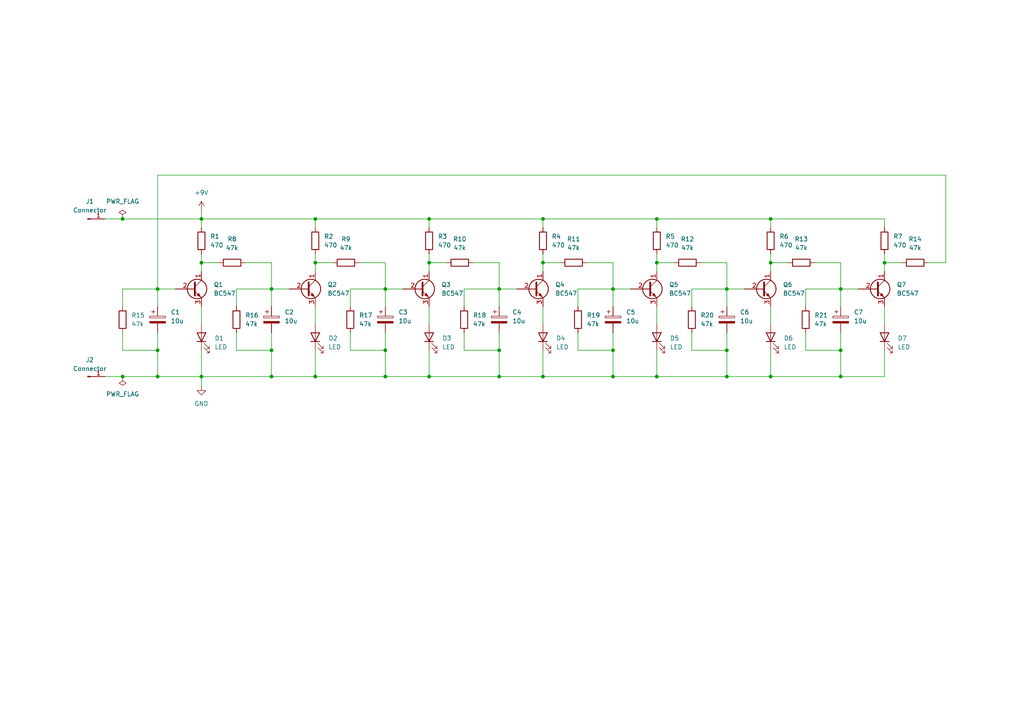
<source format=kicad_sch>
(kicad_sch (version 20211123) (generator eeschema)
  (paper "A4")
  (title_block (title "7-Phasenblinker") (date "2022-06-10") (rev "1.0") (company "HTL-Rankweil") (comment 1 "GAR"))
  (lib_symbols
    (symbol "Connector:Conn_01x01_Male" (pin_names (offset 1.016) hide)
      (property "Reference" "J" (at 0 2.54 0))
      (property "Value" "Conn_01x01_Male" (at 0 -2.54 0))
      (symbol "Conn_01x01_Male_1_1"
        (polyline (pts (xy 1.27 0) (xy 0.8636 0)) (stroke (width 0.1524)))
        (rectangle (start 0.8636 0.127) (end 0 -0.127) (stroke (width 0.1524)) (fill (type outline)))
        (pin passive line (at 5.08 0 180) (length 3.81) (name "Pin_1") (number "1"))
      )
    )
    (symbol "Device:C_Polarized" (pin_numbers hide) (pin_names (offset 0.254))
      (property "Reference" "C" (at 0.635 2.54 0))
      (property "Value" "C_Polarized" (at 0.635 -2.54 0))
      (symbol "C_Polarized_0_1"
        (rectangle (start -2.286 0.508) (end 2.286 1.016))
        (polyline (pts (xy -1.778 2.286) (xy -0.762 2.286)))
        (polyline (pts (xy -1.27 2.794) (xy -1.27 1.778)))
        (rectangle (start 2.286 -0.508) (end -2.286 -1.016) (fill (type outline)))
      )
      (symbol "C_Polarized_1_1"
        (pin passive line (at 0 3.81 270) (length 2.794) (name "~") (number "1"))
        (pin passive line (at 0 -3.81 90) (length 2.794) (name "~") (number "2"))
      )
    )
    (symbol "Device:LED" (pin_numbers hide) (pin_names (offset 1.016) hide)
      (property "Reference" "D" (at 0 2.54 0))
      (property "Value" "LED" (at 0 -2.54 0))
      (symbol "LED_0_1"
        (polyline (pts (xy -1.27 -1.27) (xy -1.27 1.27)) (stroke (width 0.254)))
        (polyline (pts (xy -1.27 0) (xy 1.27 0)))
        (polyline (pts (xy 1.27 -1.27) (xy 1.27 1.27) (xy -1.27 0) (xy 1.27 -1.27)) (stroke (width 0.254)))
        (polyline (pts (xy -3.048 -0.762) (xy -4.572 -2.286) (xy -3.81 -2.286) (xy -4.572 -2.286) (xy -4.572 -1.524)))
        (polyline (pts (xy -1.778 -0.762) (xy -3.302 -2.286) (xy -2.54 -2.286) (xy -3.302 -2.286) (xy -3.302 -1.524)))
      )
      (symbol "LED_1_1"
        (pin passive line (at -3.81 0 0) (length 2.54) (name "K") (number "1"))
        (pin passive line (at 3.81 0 180) (length 2.54) (name "A") (number "2"))
      )
    )
    (symbol "Device:Q_NPN_CBE" (pin_names (offset 0) hide)
      (property "Reference" "Q" (at 5.08 1.27 0))
      (property "Value" "Q_NPN_CBE" (at 5.08 -1.27 0))
      (symbol "Q_NPN_CBE_0_1"
        (polyline (pts (xy 0.635 0.635) (xy 2.54 2.54)))
        (polyline (pts (xy 0.635 -0.635) (xy 2.54 -2.54) (xy 2.54 -2.54)))
        (polyline (pts (xy 0.635 1.905) (xy 0.635 -1.905) (xy 0.635 -1.905)) (stroke (width 0.508)))
        (polyline (pts (xy 1.27 -1.778) (xy 1.778 -1.27) (xy 2.286 -2.286) (xy 1.27 -1.778) (xy 1.27 -1.778)) (fill (type outline)))
        (circle (center 1.27 0) (radius 2.8194) (stroke (width 0.254)))
      )
      (symbol "Q_NPN_CBE_1_1"
        (pin passive line (at 2.54 5.08 270) (length 2.54) (name "C") (number "1"))
        (pin input line (at -5.08 0 0) (length 5.715) (name "B") (number "2"))
        (pin passive line (at 2.54 -5.08 90) (length 2.54) (name "E") (number "3"))
      )
    )
    (symbol "Device:R" (pin_numbers hide) (pin_names (offset 0))
      (property "Reference" "R" (at 2.032 0 90))
      (property "Value" "R" (at 0 0 90))
      (symbol "R_0_1"
        (rectangle (start -1.016 -2.54) (end 1.016 2.54) (stroke (width 0.254)))
      )
      (symbol "R_1_1"
        (pin passive line (at 0 3.81 270) (length 1.27) (name "~") (number "1"))
        (pin passive line (at 0 -3.81 90) (length 1.27) (name "~") (number "2"))
      )
    )
    (symbol "power:+9V" (power) (pin_names (offset 0))
      (property "Value" "+9V" (at 0 3.556 0))
      (symbol "+9V_0_1"
        (polyline (pts (xy -0.762 1.27) (xy 0 2.54)))
        (polyline (pts (xy 0 0) (xy 0 2.54)))
        (polyline (pts (xy 0 2.54) (xy 0.762 1.27)))
      )
      (symbol "+9V_1_1"
        (pin power_in line (at 0 0 90) (length 0) hide (name "+9V") (number "1"))
      )
    )
    (symbol "power:GND" (power) (pin_names (offset 0))
      (property "Value" "GND" (at 0 -3.81 0))
      (symbol "GND_0_1"
        (polyline (pts (xy 0 0) (xy 0 -1.27) (xy 1.27 -1.27) (xy 0 -2.54) (xy -1.27 -1.27) (xy 0 -1.27)))
      )
      (symbol "GND_1_1"
        (pin power_in line (at 0 0 270) (length 0) hide (name "GND") (number "1"))
      )
    )
    (symbol "power:PWR_FLAG" (power) (pin_numbers hide) (pin_names (offset 0) hide)
      (property "Value" "PWR_FLAG" (at 0 3.81 0))
      (symbol "PWR_FLAG_0_0"
        (pin power_out line (at 0 0 90) (length 0) (name "pwr") (number "1"))
      )
      (symbol "PWR_FLAG_0_1"
        (polyline (pts (xy 0 0) (xy 0 1.27) (xy -1.016 1.905) (xy 0 2.54) (xy 1.016 1.905) (xy 0 1.27)))
      )
    )
  )
  (junction (at 58.42 63.5))
  (junction (at 58.42 76.2))
  (junction (at 78.74 109.22))
  (junction (at 45.72 101.6))
  (junction (at 177.8 109.22))
  (junction (at 111.76 83.82))
  (junction (at 45.72 83.82))
  (junction (at 111.76 101.6))
  (junction (at 144.78 101.6))
  (junction (at 45.72 109.22))
  (junction (at 91.44 76.2))
  (junction (at 35.56 63.5))
  (junction (at 190.5 76.2))
  (junction (at 58.42 109.22))
  (junction (at 223.52 76.2))
  (junction (at 256.54 76.2))
  (junction (at 124.46 109.22))
  (junction (at 91.44 63.5))
  (junction (at 243.84 101.6))
  (junction (at 35.56 109.22))
  (junction (at 177.8 83.82))
  (junction (at 144.78 83.82))
  (junction (at 111.76 109.22))
  (junction (at 190.5 109.22))
  (junction (at 223.52 109.22))
  (junction (at 243.84 109.22))
  (junction (at 157.48 76.2))
  (junction (at 177.8 101.6))
  (junction (at 210.82 101.6))
  (junction (at 78.74 83.82))
  (junction (at 210.82 109.22))
  (junction (at 223.52 63.5))
  (junction (at 78.74 101.6))
  (junction (at 243.84 83.82))
  (junction (at 144.78 109.22))
  (junction (at 157.48 109.22))
  (junction (at 190.5 63.5))
  (junction (at 91.44 109.22))
  (junction (at 124.46 76.2))
  (junction (at 210.82 83.82))
  (junction (at 124.46 63.5))
  (junction (at 157.48 63.5))
  (wire (pts (xy 45.72 50.8) (xy 274.32 50.8)))
  (wire (pts (xy 124.46 76.2) (xy 129.54 76.2)))
  (wire (pts (xy 144.78 101.6) (xy 144.78 109.22)))
  (wire (pts (xy 215.9 83.82) (xy 210.82 83.82)))
  (wire (pts (xy 157.48 76.2) (xy 162.56 76.2)))
  (wire (pts (xy 256.54 88.9) (xy 256.54 93.98)))
  (wire (pts (xy 134.62 96.52) (xy 134.62 101.6)))
  (wire (pts (xy 177.8 109.22) (xy 190.5 109.22)))
  (wire (pts (xy 236.22 76.2) (xy 243.84 76.2)))
  (wire (pts (xy 144.78 109.22) (xy 157.48 109.22)))
  (wire (pts (xy 223.52 109.22) (xy 243.84 109.22)))
  (wire (pts (xy 223.52 88.9) (xy 223.52 93.98)))
  (wire (pts (xy 190.5 76.2) (xy 195.58 76.2)))
  (wire (pts (xy 269.24 76.2) (xy 274.32 76.2)))
  (wire (pts (xy 157.48 88.9) (xy 157.48 93.98)))
  (wire (pts (xy 83.82 83.82) (xy 78.74 83.82)))
  (wire (pts (xy 111.76 76.2) (xy 111.76 83.82)))
  (wire (pts (xy 243.84 83.82) (xy 233.68 83.82)))
  (wire (pts (xy 78.74 96.52) (xy 78.74 101.6)))
  (wire (pts (xy 78.74 101.6) (xy 78.74 109.22)))
  (wire (pts (xy 190.5 101.6) (xy 190.5 109.22)))
  (wire (pts (xy 157.48 63.5) (xy 190.5 63.5)))
  (wire (pts (xy 210.82 101.6) (xy 210.82 109.22)))
  (wire (pts (xy 177.8 83.82) (xy 167.64 83.82)))
  (wire (pts (xy 223.52 73.66) (xy 223.52 76.2)))
  (wire (pts (xy 45.72 83.82) (xy 45.72 88.9)))
  (wire (pts (xy 78.74 83.82) (xy 78.74 88.9)))
  (wire (pts (xy 157.48 109.22) (xy 177.8 109.22)))
  (wire (pts (xy 35.56 83.82) (xy 35.56 88.9)))
  (wire (pts (xy 177.8 101.6) (xy 177.8 109.22)))
  (wire (pts (xy 210.82 96.52) (xy 210.82 101.6)))
  (wire (pts (xy 167.64 83.82) (xy 167.64 88.9)))
  (wire (pts (xy 58.42 76.2) (xy 63.5 76.2)))
  (wire (pts (xy 91.44 63.5) (xy 124.46 63.5)))
  (wire (pts (xy 223.52 76.2) (xy 228.6 76.2)))
  (wire (pts (xy 243.84 83.82) (xy 243.84 88.9)))
  (wire (pts (xy 68.58 96.52) (xy 68.58 101.6)))
  (wire (pts (xy 124.46 73.66) (xy 124.46 76.2)))
  (wire (pts (xy 78.74 109.22) (xy 91.44 109.22)))
  (wire (pts (xy 91.44 88.9) (xy 91.44 93.98)))
  (wire (pts (xy 45.72 109.22) (xy 58.42 109.22)))
  (wire (pts (xy 68.58 101.6) (xy 78.74 101.6)))
  (wire (pts (xy 243.84 109.22) (xy 256.54 109.22)))
  (wire (pts (xy 223.52 76.2) (xy 223.52 78.74)))
  (wire (pts (xy 190.5 73.66) (xy 190.5 76.2)))
  (wire (pts (xy 157.48 63.5) (xy 157.48 66.04)))
  (wire (pts (xy 101.6 96.52) (xy 101.6 101.6)))
  (wire (pts (xy 91.44 109.22) (xy 111.76 109.22)))
  (wire (pts (xy 124.46 63.5) (xy 157.48 63.5)))
  (wire (pts (xy 111.76 83.82) (xy 101.6 83.82)))
  (wire (pts (xy 157.48 76.2) (xy 157.48 78.74)))
  (wire (pts (xy 58.42 60.96) (xy 58.42 63.5)))
  (wire (pts (xy 45.72 50.8) (xy 45.72 83.82)))
  (wire (pts (xy 149.86 83.82) (xy 144.78 83.82)))
  (wire (pts (xy 58.42 73.66) (xy 58.42 76.2)))
  (wire (pts (xy 35.56 96.52) (xy 35.56 101.6)))
  (wire (pts (xy 30.48 109.22) (xy 35.56 109.22)))
  (wire (pts (xy 111.76 101.6) (xy 111.76 109.22)))
  (wire (pts (xy 190.5 63.5) (xy 223.52 63.5)))
  (wire (pts (xy 274.32 50.8) (xy 274.32 76.2)))
  (wire (pts (xy 124.46 88.9) (xy 124.46 93.98)))
  (wire (pts (xy 58.42 109.22) (xy 78.74 109.22)))
  (wire (pts (xy 243.84 101.6) (xy 243.84 109.22)))
  (wire (pts (xy 200.66 101.6) (xy 210.82 101.6)))
  (wire (pts (xy 101.6 83.82) (xy 101.6 88.9)))
  (wire (pts (xy 203.2 76.2) (xy 210.82 76.2)))
  (wire (pts (xy 210.82 83.82) (xy 200.66 83.82)))
  (wire (pts (xy 144.78 83.82) (xy 144.78 88.9)))
  (wire (pts (xy 58.42 76.2) (xy 58.42 78.74)))
  (wire (pts (xy 137.16 76.2) (xy 144.78 76.2)))
  (wire (pts (xy 101.6 101.6) (xy 111.76 101.6)))
  (wire (pts (xy 111.76 83.82) (xy 111.76 88.9)))
  (wire (pts (xy 91.44 76.2) (xy 91.44 78.74)))
  (wire (pts (xy 144.78 76.2) (xy 144.78 83.82)))
  (wire (pts (xy 58.42 101.6) (xy 58.42 109.22)))
  (wire (pts (xy 167.64 101.6) (xy 177.8 101.6)))
  (wire (pts (xy 134.62 83.82) (xy 134.62 88.9)))
  (wire (pts (xy 190.5 109.22) (xy 210.82 109.22)))
  (wire (pts (xy 111.76 109.22) (xy 124.46 109.22)))
  (wire (pts (xy 58.42 63.5) (xy 91.44 63.5)))
  (wire (pts (xy 190.5 88.9) (xy 190.5 93.98)))
  (wire (pts (xy 256.54 76.2) (xy 261.62 76.2)))
  (wire (pts (xy 200.66 83.82) (xy 200.66 88.9)))
  (wire (pts (xy 58.42 109.22) (xy 58.42 112.014)))
  (wire (pts (xy 233.68 101.6) (xy 243.84 101.6)))
  (wire (pts (xy 177.8 83.82) (xy 177.8 88.9)))
  (wire (pts (xy 45.72 96.52) (xy 45.72 101.6)))
  (wire (pts (xy 144.78 83.82) (xy 134.62 83.82)))
  (wire (pts (xy 35.56 109.22) (xy 45.72 109.22)))
  (wire (pts (xy 71.12 76.2) (xy 78.74 76.2)))
  (wire (pts (xy 167.64 96.52) (xy 167.64 101.6)))
  (wire (pts (xy 78.74 76.2) (xy 78.74 83.82)))
  (wire (pts (xy 111.76 96.52) (xy 111.76 101.6)))
  (wire (pts (xy 177.8 96.52) (xy 177.8 101.6)))
  (wire (pts (xy 30.48 63.5) (xy 35.56 63.5)))
  (wire (pts (xy 182.88 83.82) (xy 177.8 83.82)))
  (wire (pts (xy 144.78 96.52) (xy 144.78 101.6)))
  (wire (pts (xy 210.82 76.2) (xy 210.82 83.82)))
  (wire (pts (xy 170.18 76.2) (xy 177.8 76.2)))
  (wire (pts (xy 35.56 101.6) (xy 45.72 101.6)))
  (wire (pts (xy 190.5 76.2) (xy 190.5 78.74)))
  (wire (pts (xy 190.5 63.5) (xy 190.5 66.04)))
  (wire (pts (xy 104.14 76.2) (xy 111.76 76.2)))
  (wire (pts (xy 243.84 96.52) (xy 243.84 101.6)))
  (wire (pts (xy 50.8 83.82) (xy 45.72 83.82)))
  (wire (pts (xy 157.48 73.66) (xy 157.48 76.2)))
  (wire (pts (xy 78.74 83.82) (xy 68.58 83.82)))
  (wire (pts (xy 233.68 83.82) (xy 233.68 88.9)))
  (wire (pts (xy 124.46 76.2) (xy 124.46 78.74)))
  (wire (pts (xy 200.66 96.52) (xy 200.66 101.6)))
  (wire (pts (xy 91.44 63.5) (xy 91.44 66.04)))
  (wire (pts (xy 223.52 101.6) (xy 223.52 109.22)))
  (wire (pts (xy 210.82 83.82) (xy 210.82 88.9)))
  (wire (pts (xy 124.46 63.5) (xy 124.46 66.04)))
  (wire (pts (xy 58.42 63.5) (xy 58.42 66.04)))
  (wire (pts (xy 223.52 63.5) (xy 223.52 66.04)))
  (wire (pts (xy 134.62 101.6) (xy 144.78 101.6)))
  (wire (pts (xy 35.56 63.5) (xy 58.42 63.5)))
  (wire (pts (xy 45.72 83.82) (xy 35.56 83.82)))
  (wire (pts (xy 124.46 101.6) (xy 124.46 109.22)))
  (wire (pts (xy 210.82 109.22) (xy 223.52 109.22)))
  (wire (pts (xy 68.58 83.82) (xy 68.58 88.9)))
  (wire (pts (xy 91.44 76.2) (xy 96.52 76.2)))
  (wire (pts (xy 256.54 63.5) (xy 256.54 66.04)))
  (wire (pts (xy 248.92 83.82) (xy 243.84 83.82)))
  (wire (pts (xy 256.54 76.2) (xy 256.54 78.74)))
  (wire (pts (xy 256.54 101.6) (xy 256.54 109.22)))
  (wire (pts (xy 233.68 96.52) (xy 233.68 101.6)))
  (wire (pts (xy 243.84 76.2) (xy 243.84 83.82)))
  (wire (pts (xy 256.54 73.66) (xy 256.54 76.2)))
  (wire (pts (xy 58.42 88.9) (xy 58.42 93.98)))
  (wire (pts (xy 116.84 83.82) (xy 111.76 83.82)))
  (wire (pts (xy 223.52 63.5) (xy 256.54 63.5)))
  (wire (pts (xy 91.44 101.6) (xy 91.44 109.22)))
  (wire (pts (xy 124.46 109.22) (xy 144.78 109.22)))
  (wire (pts (xy 177.8 76.2) (xy 177.8 83.82)))
  (wire (pts (xy 45.72 101.6) (xy 45.72 109.22)))
  (wire (pts (xy 91.44 73.66) (xy 91.44 76.2)))
  (wire (pts (xy 157.48 101.6) (xy 157.48 109.22)))
  (symbol (lib_id "Device:R") (at 223.52 69.85 0) (unit 1)
    (property "Reference" "R6" (at 226.06 68.5799 0) (effects (justify left)))
    (property "Value" "470" (at 226.06 71.1199 0) (effects (justify left)))
    (property "Footprint" "Resistor_THT:R_Axial_DIN0207_L6.3mm_D2.5mm_P10.16mm_Horizontal" (effects hide))
  )
  (symbol (lib_id "Device:R") (at 124.46 69.85 0) (unit 1)
    (property "Reference" "R3" (at 127 68.5799 0) (effects (justify left)))
    (property "Value" "470" (at 127 71.1199 0) (effects (justify left)))
    (property "Footprint" "Resistor_THT:R_Axial_DIN0207_L6.3mm_D2.5mm_P10.16mm_Horizontal" (effects hide))
  )
  (symbol (lib_id "Device:R") (at 134.62 92.71 0) (unit 1)
    (property "Reference" "R18" (at 137.16 91.4399 0) (effects (justify left)))
    (property "Value" "47k" (at 137.16 93.9799 0) (effects (justify left)))
    (property "Footprint" "Resistor_THT:R_Axial_DIN0207_L6.3mm_D2.5mm_P10.16mm_Horizontal" (effects hide))
  )
  (symbol (lib_id "Device:LED") (at 157.48 97.79 90) (unit 1)
    (property "Reference" "D4" (at 161.29 98.1074 90) (effects (justify right)))
    (property "Value" "LED" (at 161.29 100.6474 90) (effects (justify right)))
    (property "Footprint" "Connector_PinSocket_2.54mm:PinSocket_1x02_P2.54mm_Vertical" (effects hide))
  )
  (symbol (lib_id "Device:R") (at 256.54 69.85 0) (unit 1)
    (property "Reference" "R7" (at 259.08 68.5799 0) (effects (justify left)))
    (property "Value" "470" (at 259.08 71.1199 0) (effects (justify left)))
    (property "Footprint" "Resistor_THT:R_Axial_DIN0207_L6.3mm_D2.5mm_P10.16mm_Horizontal" (effects hide))
  )
  (symbol (lib_id "Device:R") (at 133.35 76.2 90) (unit 1)
    (property "Reference" "R10" (at 133.35 69.342 90))
    (property "Value" "47k" (at 133.35 71.882 90))
    (property "Footprint" "Resistor_THT:R_Axial_DIN0207_L6.3mm_D2.5mm_P10.16mm_Horizontal" (effects hide))
  )
  (symbol (lib_id "Device:R") (at 166.37 76.2 90) (unit 1)
    (property "Reference" "R11" (at 166.37 69.342 90))
    (property "Value" "47k" (at 166.37 71.882 90))
    (property "Footprint" "Resistor_THT:R_Axial_DIN0207_L6.3mm_D2.5mm_P10.16mm_Horizontal" (effects hide))
  )
  (symbol (lib_id "Device:C_Polarized") (at 144.78 92.71 0) (unit 1)
    (property "Reference" "C4" (at 148.59 90.5509 0) (effects (justify left)))
    (property "Value" "10u" (at 148.59 93.0909 0) (effects (justify left)))
    (property "Footprint" "Capacitor_THT:CP_Radial_D4.0mm_P2.00mm" (effects hide))
  )
  (symbol (lib_id "Device:R") (at 199.39 76.2 90) (unit 1)
    (property "Reference" "R12" (at 199.39 69.342 90))
    (property "Value" "47k" (at 199.39 71.882 90))
    (property "Footprint" "Resistor_THT:R_Axial_DIN0207_L6.3mm_D2.5mm_P10.16mm_Horizontal" (effects hide))
  )
  (symbol (lib_id "Device:C_Polarized") (at 210.82 92.71 0) (unit 1)
    (property "Reference" "C6" (at 214.63 90.5509 0) (effects (justify left)))
    (property "Value" "10u" (at 214.63 93.0909 0) (effects (justify left)))
    (property "Footprint" "Capacitor_THT:CP_Radial_D4.0mm_P2.00mm" (effects hide))
  )
  (symbol (lib_id "Device:Q_NPN_CBE") (at 88.9 83.82 0) (unit 1)
    (property "Reference" "Q2" (at 94.996 82.5499 0) (effects (justify left)))
    (property "Value" "BC547" (at 94.996 85.0899 0) (effects (justify left)))
    (property "Footprint" "Package_TO_SOT_THT:TO-92L_HandSolder" (effects hide))
  )
  (symbol (lib_id "Device:Q_NPN_CBE") (at 154.94 83.82 0) (unit 1)
    (property "Reference" "Q4" (at 161.036 82.5499 0) (effects (justify left)))
    (property "Value" "BC547" (at 161.036 85.0899 0) (effects (justify left)))
    (property "Footprint" "Package_TO_SOT_THT:TO-92L_HandSolder" (effects hide))
  )
  (symbol (lib_id "Device:R") (at 265.43 76.2 90) (unit 1)
    (property "Reference" "R14" (at 265.43 69.342 90))
    (property "Value" "47k" (at 265.43 71.882 90))
    (property "Footprint" "Resistor_THT:R_Axial_DIN0207_L6.3mm_D2.5mm_P10.16mm_Horizontal" (effects hide))
  )
  (symbol (lib_id "Device:R") (at 68.58 92.71 0) (unit 1)
    (property "Reference" "R16" (at 71.12 91.4399 0) (effects (justify left)))
    (property "Value" "47k" (at 71.12 93.9799 0) (effects (justify left)))
    (property "Footprint" "Resistor_THT:R_Axial_DIN0207_L6.3mm_D2.5mm_P10.16mm_Horizontal" (effects hide))
  )
  (symbol (lib_id "Device:Q_NPN_CBE") (at 55.88 83.82 0) (unit 1)
    (property "Reference" "Q1" (at 61.976 82.5499 0) (effects (justify left)))
    (property "Value" "BC547" (at 61.976 85.0899 0) (effects (justify left)))
    (property "Footprint" "Package_TO_SOT_THT:TO-92L_HandSolder" (effects hide))
  )
  (symbol (lib_id "power:GND") (at 58.42 112.014 0) (unit 1)
    (property "Reference" "#PWR02" (effects hide))
    (property "Value" "GND" (at 58.42 117.094 0))
  )
  (symbol (lib_id "Device:C_Polarized") (at 111.76 92.71 0) (unit 1)
    (property "Reference" "C3" (at 115.57 90.5509 0) (effects (justify left)))
    (property "Value" "10u" (at 115.57 93.0909 0) (effects (justify left)))
    (property "Footprint" "Capacitor_THT:CP_Radial_D4.0mm_P2.00mm" (effects hide))
  )
  (symbol (lib_id "Device:C_Polarized") (at 78.74 92.71 0) (unit 1)
    (property "Reference" "C2" (at 82.55 90.5509 0) (effects (justify left)))
    (property "Value" "10u" (at 82.55 93.0909 0) (effects (justify left)))
    (property "Footprint" "Capacitor_THT:CP_Radial_D4.0mm_P2.00mm" (effects hide))
  )
  (symbol (lib_id "Device:R") (at 167.64 92.71 0) (unit 1)
    (property "Reference" "R19" (at 170.18 91.4399 0) (effects (justify left)))
    (property "Value" "47k" (at 170.18 93.9799 0) (effects (justify left)))
    (property "Footprint" "Resistor_THT:R_Axial_DIN0207_L6.3mm_D2.5mm_P10.16mm_Horizontal" (effects hide))
  )
  (symbol (lib_id "Device:R") (at 157.48 69.85 0) (unit 1)
    (property "Reference" "R4" (at 160.02 68.5799 0) (effects (justify left)))
    (property "Value" "470" (at 160.02 71.1199 0) (effects (justify left)))
    (property "Footprint" "Resistor_THT:R_Axial_DIN0207_L6.3mm_D2.5mm_P10.16mm_Horizontal" (effects hide))
  )
  (symbol (lib_id "Device:R") (at 232.41 76.2 90) (unit 1)
    (property "Reference" "R13" (at 232.41 69.342 90))
    (property "Value" "47k" (at 232.41 71.882 90))
    (property "Footprint" "Resistor_THT:R_Axial_DIN0207_L6.3mm_D2.5mm_P10.16mm_Horizontal" (effects hide))
  )
  (symbol (lib_id "Connector:Conn_01x01_Male") (at 25.4 63.5 0) (unit 1)
    (property "Reference" "J1" (at 26.035 58.42 0))
    (property "Value" "Connector" (at 26.035 60.96 0))
    (property "Footprint" "Connector_Pin:Pin_D1.4mm_L8.5mm_W2.8mm_FlatFork" (effects hide))
  )
  (symbol (lib_id "Device:C_Polarized") (at 45.72 92.71 0) (unit 1)
    (property "Reference" "C1" (at 49.53 90.5509 0) (effects (justify left)))
    (property "Value" "10u" (at 49.53 93.0909 0) (effects (justify left)))
    (property "Footprint" "Capacitor_THT:CP_Radial_D4.0mm_P2.00mm" (effects hide))
  )
  (symbol (lib_id "Device:R") (at 233.68 92.71 0) (unit 1)
    (property "Reference" "R21" (at 236.22 91.4399 0) (effects (justify left)))
    (property "Value" "47k" (at 236.22 93.9799 0) (effects (justify left)))
    (property "Footprint" "Resistor_THT:R_Axial_DIN0207_L6.3mm_D2.5mm_P10.16mm_Horizontal" (effects hide))
  )
  (symbol (lib_id "Device:Q_NPN_CBE") (at 254 83.82 0) (unit 1)
    (property "Reference" "Q7" (at 260.096 82.5499 0) (effects (justify left)))
    (property "Value" "BC547" (at 260.096 85.0899 0) (effects (justify left)))
    (property "Footprint" "Package_TO_SOT_THT:TO-92L_HandSolder" (effects hide))
  )
  (symbol (lib_id "Device:R") (at 35.56 92.71 0) (unit 1)
    (property "Reference" "R15" (at 38.1 91.4399 0) (effects (justify left)))
    (property "Value" "47k" (at 38.1 93.9799 0) (effects (justify left)))
    (property "Footprint" "Resistor_THT:R_Axial_DIN0207_L6.3mm_D2.5mm_P10.16mm_Horizontal" (effects hide))
  )
  (symbol (lib_id "Device:LED") (at 256.54 97.79 90) (unit 1)
    (property "Reference" "D7" (at 260.35 98.1074 90) (effects (justify right)))
    (property "Value" "LED" (at 260.35 100.6474 90) (effects (justify right)))
    (property "Footprint" "Connector_PinSocket_2.54mm:PinSocket_1x02_P2.54mm_Vertical" (effects hide))
  )
  (symbol (lib_id "Device:C_Polarized") (at 177.8 92.71 0) (unit 1)
    (property "Reference" "C5" (at 181.61 90.5509 0) (effects (justify left)))
    (property "Value" "10u" (at 181.61 93.0909 0) (effects (justify left)))
    (property "Footprint" "Capacitor_THT:CP_Radial_D4.0mm_P2.00mm" (effects hide))
  )
  (symbol (lib_id "Device:R") (at 200.66 92.71 0) (unit 1)
    (property "Reference" "R20" (at 203.2 91.4399 0) (effects (justify left)))
    (property "Value" "47k" (at 203.2 93.9799 0) (effects (justify left)))
    (property "Footprint" "Resistor_THT:R_Axial_DIN0207_L6.3mm_D2.5mm_P10.16mm_Horizontal" (effects hide))
  )
  (symbol (lib_id "power:PWR_FLAG") (at 35.56 109.22 180) (unit 1)
    (property "Reference" "#FLG0101" (effects hide))
    (property "Value" "PWR_FLAG" (at 35.56 114.3 0))
  )
  (symbol (lib_id "Device:LED") (at 190.5 97.79 90) (unit 1)
    (property "Reference" "D5" (at 194.31 98.1074 90) (effects (justify right)))
    (property "Value" "LED" (at 194.31 100.6474 90) (effects (justify right)))
    (property "Footprint" "Connector_PinSocket_2.54mm:PinSocket_1x02_P2.54mm_Vertical" (effects hide))
  )
  (symbol (lib_id "Device:Q_NPN_CBE") (at 220.98 83.82 0) (unit 1)
    (property "Reference" "Q6" (at 227.076 82.5499 0) (effects (justify left)))
    (property "Value" "BC547" (at 227.076 85.0899 0) (effects (justify left)))
    (property "Footprint" "Package_TO_SOT_THT:TO-92L_HandSolder" (effects hide))
  )
  (symbol (lib_id "Device:R") (at 67.31 76.2 90) (unit 1)
    (property "Reference" "R8" (at 67.31 69.342 90))
    (property "Value" "47k" (at 67.31 71.882 90))
    (property "Footprint" "Resistor_THT:R_Axial_DIN0207_L6.3mm_D2.5mm_P10.16mm_Horizontal" (effects hide))
  )
  (symbol (lib_id "Device:R") (at 100.33 76.2 90) (unit 1)
    (property "Reference" "R9" (at 100.33 69.342 90))
    (property "Value" "47k" (at 100.33 71.882 90))
    (property "Footprint" "Resistor_THT:R_Axial_DIN0207_L6.3mm_D2.5mm_P10.16mm_Horizontal" (effects hide))
  )
  (symbol (lib_id "Device:LED") (at 91.44 97.79 90) (unit 1)
    (property "Reference" "D2" (at 95.25 98.1074 90) (effects (justify right)))
    (property "Value" "LED" (at 95.25 100.6474 90) (effects (justify right)))
    (property "Footprint" "Connector_PinSocket_2.54mm:PinSocket_1x02_P2.54mm_Vertical" (effects hide))
  )
  (symbol (lib_id "Device:LED") (at 124.46 97.79 90) (unit 1)
    (property "Reference" "D3" (at 128.27 98.1074 90) (effects (justify right)))
    (property "Value" "LED" (at 128.27 100.6474 90) (effects (justify right)))
    (property "Footprint" "Connector_PinSocket_2.54mm:PinSocket_1x02_P2.54mm_Vertical" (effects hide))
  )
  (symbol (lib_id "Device:LED") (at 58.42 97.79 90) (unit 1)
    (property "Reference" "D1" (at 62.23 98.1074 90) (effects (justify right)))
    (property "Value" "LED" (at 62.23 100.6474 90) (effects (justify right)))
    (property "Footprint" "Connector_PinSocket_2.54mm:PinSocket_1x02_P2.54mm_Vertical" (effects hide))
  )
  (symbol (lib_id "Device:Q_NPN_CBE") (at 121.92 83.82 0) (unit 1)
    (property "Reference" "Q3" (at 128.016 82.5499 0) (effects (justify left)))
    (property "Value" "BC547" (at 128.016 85.0899 0) (effects (justify left)))
    (property "Footprint" "Package_TO_SOT_THT:TO-92L_HandSolder" (effects hide))
  )
  (symbol (lib_id "power:+9V") (at 58.42 60.96 0) (unit 1)
    (property "Reference" "#PWR01" (effects hide))
    (property "Value" "+9V" (at 58.42 55.88 0))
  )
  (symbol (lib_id "Connector:Conn_01x01_Male") (at 25.4 109.22 0) (unit 1)
    (property "Reference" "J2" (at 26.035 104.394 0))
    (property "Value" "Connector" (at 26.035 106.934 0))
    (property "Footprint" "Connector_Pin:Pin_D1.4mm_L8.5mm_W2.8mm_FlatFork" (effects hide))
  )
  (symbol (lib_id "Device:C_Polarized") (at 243.84 92.71 0) (unit 1)
    (property "Reference" "C7" (at 247.65 90.5509 0) (effects (justify left)))
    (property "Value" "10u" (at 247.65 93.0909 0) (effects (justify left)))
    (property "Footprint" "Capacitor_THT:CP_Radial_D4.0mm_P2.00mm" (effects hide))
  )
  (symbol (lib_id "Device:R") (at 91.44 69.85 0) (unit 1)
    (property "Reference" "R2" (at 93.98 68.5799 0) (effects (justify left)))
    (property "Value" "470" (at 93.98 71.1199 0) (effects (justify left)))
    (property "Footprint" "Resistor_THT:R_Axial_DIN0207_L6.3mm_D2.5mm_P10.16mm_Horizontal" (effects hide))
  )
  (symbol (lib_id "Device:Q_NPN_CBE") (at 187.96 83.82 0) (unit 1)
    (property "Reference" "Q5" (at 194.056 82.5499 0) (effects (justify left)))
    (property "Value" "BC547" (at 194.056 85.0899 0) (effects (justify left)))
    (property "Footprint" "Package_TO_SOT_THT:TO-92L_HandSolder" (effects hide))
  )
  (symbol (lib_id "power:PWR_FLAG") (at 35.56 63.5 0) (unit 1)
    (property "Reference" "#FLG0102" (effects hide))
    (property "Value" "PWR_FLAG" (at 35.56 58.42 0))
  )
  (symbol (lib_id "Device:R") (at 190.5 69.85 0) (unit 1)
    (property "Reference" "R5" (at 193.04 68.5799 0) (effects (justify left)))
    (property "Value" "470" (at 193.04 71.1199 0) (effects (justify left)))
    (property "Footprint" "Resistor_THT:R_Axial_DIN0207_L6.3mm_D2.5mm_P10.16mm_Horizontal" (effects hide))
  )
  (symbol (lib_id "Device:R") (at 101.6 92.71 0) (unit 1)
    (property "Reference" "R17" (at 104.14 91.4399 0) (effects (justify left)))
    (property "Value" "47k" (at 104.14 93.9799 0) (effects (justify left)))
    (property "Footprint" "Resistor_THT:R_Axial_DIN0207_L6.3mm_D2.5mm_P10.16mm_Horizontal" (effects hide))
  )
  (symbol (lib_id "Device:R") (at 58.42 69.85 0) (unit 1)
    (property "Reference" "R1" (at 60.96 68.5799 0) (effects (justify left)))
    (property "Value" "470" (at 60.96 71.1199 0) (effects (justify left)))
    (property "Footprint" "Resistor_THT:R_Axial_DIN0207_L6.3mm_D2.5mm_P10.16mm_Horizontal" (effects hide))
  )
  (symbol (lib_id "Device:LED") (at 223.52 97.79 90) (unit 1)
    (property "Reference" "D6" (at 227.33 98.1074 90) (effects (justify right)))
    (property "Value" "LED" (at 227.33 100.6474 90) (effects (justify right)))
    (property "Footprint" "Connector_PinSocket_2.54mm:PinSocket_1x02_P2.54mm_Vertical" (effects hide))
  )
)
</source>
